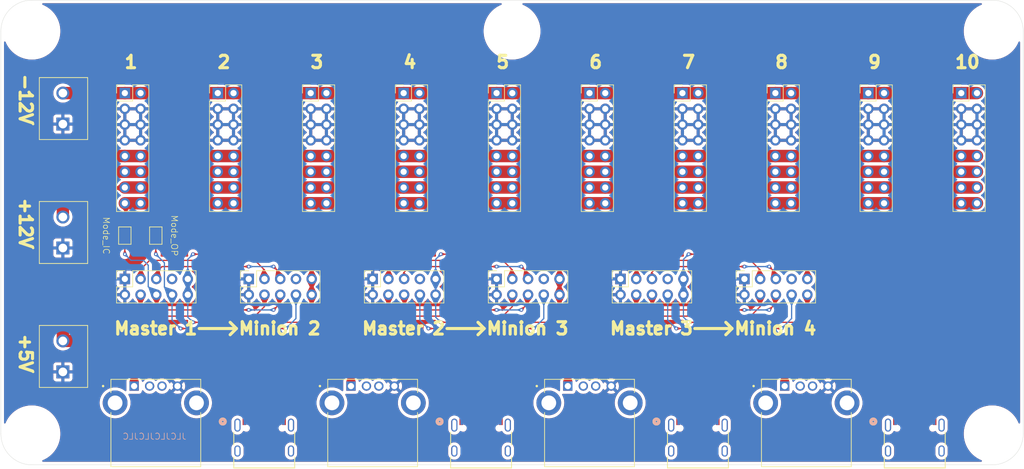
<source format=kicad_pcb>
(kicad_pcb (version 20240108) (generator "pcbnew") (generator_version "8.0")
  (layers (0 "F.Cu" signal) (31 "B.Cu" signal) (34 "B.Paste" user) (35 "F.Paste" user) (36 "B.SilkS" user "B.Silkscreen") (37 "F.SilkS" user "F.Silkscreen") (38 "B.Mask" user) (39 "F.Mask" user) (44 "Edge.Cuts" user))
  (net 0 "")
  (net 1 "GND")
  (net 3 "VCC_2")
  (net 5 "+12V_IN")
  (net 6 "-12V_IN")
  (net 7 "Enable_2")
  (net 8 "Mode_OP_2")
  (net 9 "Minion_2")
  (net 10 "Potset_2")
  (net 11 "Mode_IC_2")
  (net 12 "Mode_IC_1")
  (net 14 "Mode_OP_1")
  (net 15 "VCC_1")
  (net 16 "Enable_1")
  (net 17 "Potset_1")
  (net 18 "Minion_1")
  (net 20 "VCC_3")
  (net 21 "Minion_3")
  (net 22 "Mode_OP_3")
  (net 24 "Mode_IC_3")
  (net 25 "Potset_3")
  (net 26 "Enable_3")
  (net 28 "+5V_IN")
  (net 39 "GATE")
  (net 40 "CV")
  (footprint "Connector_PinSocket_2.54mm:PinSocket_2x05_P2.54mm_Vertical" (layer "F.Cu") (at 175 95 90)
    (property "Reference" "J6" (hide yes))
    (property "Value" "Master OUT")
  )
  (footprint "analog_computing:OST_USB-A1HSW6" (layer "F.Cu") (at 185 115)
    (property "Reference" "J16" (hide yes))
    (property "Value" "USB-A1HSW6")
  )
  (footprint "Connector_PinHeader_2.54mm:PinHeader_2x08_P2.54mm_Vertical" (layer "F.Cu") (at 75 65)
    (property "Reference" "J18" (hide yes))
    (property "Value" "Conn_02x08_Odd_Even")
  )
  (footprint "analog_computing:USB4105_GCT" (layer "F.Cu") (at 167.5 121.5)
    (property "Reference" "J12" (hide yes))
    (property "Value" "USB4105-GF-A")
  )
  (footprint "analog_computing:TerminalBlock_TB003-500-P02BE" (layer "F.Cu") (at 65 107.5 90)
    (property "Reference" "J17" (hide yes))
    (property "Value" "Screw_Terminal_01x02")
  )
  (footprint "MountingHole:MountingHole_3.2mm_M3_DIN965" (layer "F.Cu") (at 215 120)
    (property "Reference" "H4" (hide yes))
    (property "Value" "MountingHole")
  )
  (footprint "analog_computing:OST_USB-A1HSW6" (layer "F.Cu") (at 80 115)
    (property "Reference" "J8" (hide yes))
    (property "Value" "USB-A1HSW6")
  )
  (footprint "Connector_PinHeader_2.54mm:PinHeader_2x08_P2.54mm_Vertical" (layer "F.Cu") (at 105 65)
    (property "Reference" "J20" (hide yes))
    (property "Value" "Conn_02x08_Odd_Even")
  )
  (footprint "analog_computing:OST_USB-A1HSW6" (layer "F.Cu") (at 150 115)
    (property "Reference" "J13" (hide yes))
    (property "Value" "USB-A1HSW6")
  )
  (footprint "Connector_PinHeader_2.54mm:PinHeader_2x08_P2.54mm_Vertical" (layer "F.Cu") (at 195 65)
    (property "Reference" "J26" (hide yes))
    (property "Value" "Conn_02x08_Odd_Even")
  )
  (footprint "analog_computing:TerminalBlock_TB003-500-P02BE" (layer "F.Cu") (at 65 87.5 90)
    (property "Reference" "J11" (hide yes))
    (property "Value" "Screw_Terminal_01x02")
  )
  (footprint "Connector_PinHeader_2.54mm:PinHeader_2x08_P2.54mm_Vertical" (layer "F.Cu") (at 135 65)
    (property "Reference" "J22" (hide yes))
    (property "Value" "Conn_02x08_Odd_Even")
  )
  (footprint "analog_computing:USB4105_GCT" (layer "F.Cu") (at 132.5 121.5)
    (property "Reference" "J9" (hide yes))
    (property "Value" "USB4105-GF-A")
  )
  (footprint "Connector_PinHeader_2.54mm:PinHeader_2x08_P2.54mm_Vertical" (layer "F.Cu") (at 180 65)
    (property "Reference" "J25" (hide yes))
    (property "Value" "Conn_02x08_Odd_Even")
  )
  (footprint "Connector_PinHeader_2.54mm:PinHeader_2x08_P2.54mm_Vertical" (layer "F.Cu") (at 90 65)
    (property "Reference" "J19" (hide yes))
    (property "Value" "Conn_02x08_Odd_Even")
  )
  (footprint "Connector_PinHeader_2.54mm:PinHeader_2x08_P2.54mm_Vertical" (layer "F.Cu") (at 120 65)
    (property "Reference" "J21" (hide yes))
    (property "Value" "Conn_02x08_Odd_Even")
  )
  (footprint "Connector_PinHeader_2.54mm:PinHeader_2x08_P2.54mm_Vertical" (layer "F.Cu") (at 210 65)
    (property "Reference" "J27" (hide yes))
    (property "Value" "Conn_02x08_Odd_Even")
  )
  (footprint "Connector_PinHeader_2.54mm:PinHeader_2x08_P2.54mm_Vertical" (layer "F.Cu") (at 165 65)
    (property "Reference" "J24" (hide yes))
    (property "Value" "Conn_02x08_Odd_Even")
  )
  (footprint "MountingHole:MountingHole_3.2mm_M3_DIN965" (layer "F.Cu") (at 60 120)
    (property "Reference" "H1" (hide yes))
    (property "Value" "MountingHole")
  )
  (footprint "Connector_PinSocket_2.54mm:PinSocket_2x05_P2.54mm_Vertical" (layer "F.Cu") (at 115 95 90)
    (property "Reference" "J3" (hide yes))
    (property "Value" "Minion IN")
  )
  (footprint "analog_computing:TerminalBlock_TB003-500-P02BE" (layer "F.Cu") (at 65 67.5 90)
    (property "Reference" "J14" (hide yes))
    (property "Value" "Screw_Terminal_01x02")
  )
  (footprint "MountingHole:MountingHole_3.2mm_M3_DIN965" (layer "F.Cu") (at 60 55)
    (property "Reference" "H2" (hide yes))
    (property "Value" "MountingHole")
  )
  (footprint "Jumper:SolderJumper-2_P1.3mm_Open_TrianglePad1.0x1.5mm" (layer "F.Cu") (at 75 88 -90)
    (property "Reference" "JP1" (hide yes))
    (property "Value" "Jumper_2_Open")
  )
  (footprint "Connector_PinSocket_2.54mm:PinSocket_2x05_P2.54mm_Vertical" (layer "F.Cu") (at 135 95 90)
    (property "Reference" "J4" (hide yes))
    (property "Value" "Master OUT")
  )
  (footprint "Connector_PinSocket_2.54mm:PinSocket_2x05_P2.54mm_Vertical" (layer "F.Cu") (at 95 95 90)
    (property "Reference" "J2" (hide yes))
    (property "Value" "Master OUT")
  )
  (footprint "analog_computing:USB4105_GCT" (layer "F.Cu") (at 202.5 121.5)
    (property "Reference" "J15" (hide yes))
    (property "Value" "USB4105-GF-A")
  )
  (footprint "MountingHole:MountingHole_3.2mm_M3_DIN965" (layer "F.Cu") (at 137.5 55)
    (property "Reference" "H5" (hide yes))
    (property "Value" "MountingHole")
  )
  (footprint "Connector_PinSocket_2.54mm:PinSocket_2x05_P2.54mm_Vertical" (layer "F.Cu") (at 155 95 90)
    (property "Reference" "J5" (hide yes))
    (property "Value" "Minion IN")
  )
  (footprint "analog_computing:USB4105_GCT" (layer "F.Cu") (at 97.5 121.5)
    (property "Reference" "J7" (hide yes))
    (property "Value" "USB4105-GF-A")
  )
  (footprint "Connector_PinSocket_2.54mm:PinSocket_2x05_P2.54mm_Vertical" (layer "F.Cu") (at 75 95 90)
    (property "Reference" "J1" (hide yes))
    (property "Value" "Minion IN")
  )
  (footprint "MountingHole:MountingHole_3.2mm_M3_DIN965" (layer "F.Cu") (at 215 55)
    (property "Reference" "H3" (hide yes))
    (property "Value" "MountingHole")
  )
  (footprint "Connector_PinHeader_2.54mm:PinHeader_2x08_P2.54mm_Vertical" (layer "F.Cu") (at 150 65)
    (property "Reference" "J23" (hide yes))
    (property "Value" "Conn_02x08_Odd_Even")
  )
  (footprint "Jumper:SolderJumper-2_P1.3mm_Open_TrianglePad1.0x1.5mm" (layer "F.Cu") (at 80 88 -90)
    (property "Reference" "JP2" (hide yes))
    (property "Value" "Jumper_2_Open")
  )
  (footprint "analog_computing:OST_USB-A1HSW6" (layer "F.Cu") (at 115 115)
    (property "Reference" "J10" (hide yes))
    (property "Value" "USB-A1HSW6")
  )
  (gr_line (start 93 103) (end 92 104) (stroke (width 0.5)) (layer "F.SilkS"))
  (gr_line (start 132 102) (end 133 103) (stroke (width 0.5)) (layer "F.SilkS"))
  (gr_line (start 173 103) (end 172 104) (stroke (width 0.5)) (layer "F.SilkS"))
  (gr_line (start 133 103) (end 132 104) (stroke (width 0.5)) (layer "F.SilkS"))
  (gr_line (start 167 103) (end 173 103) (stroke (width 0.5)) (layer "F.SilkS"))
  (gr_line (start 92 102) (end 93 103) (stroke (width 0.5)) (layer "F.SilkS"))
  (gr_line (start 87 103) (end 93 103) (stroke (width 0.5)) (layer "F.SilkS"))
  (gr_line (start 172 102) (end 173 103) (stroke (width 0.5)) (layer "F.SilkS"))
  (gr_line (start 127 103) (end 133 103) (stroke (width 0.5)) (layer "F.SilkS"))
  (gr_arc (start 220 120) (mid 218.535534 123.535534) (end 215 125) (stroke (width 0.05)) (layer "Edge.Cuts"))
  (gr_arc (start 60 125) (mid 56.464466 123.535534) (end 55 120) (stroke (width 0.05)) (layer "Edge.Cuts"))
  (gr_line (start 60 125) (end 215 125) (stroke (width 0.05)) (layer "Edge.Cuts"))
  (gr_arc (start 215 50) (mid 218.535534 51.464466) (end 220 55) (stroke (width 0.05)) (layer "Edge.Cuts"))
  (gr_line (start 55 55) (end 55 120) (stroke (width 0.05)) (layer "Edge.Cuts"))
  (gr_line (start 220 120) (end 220 55) (stroke (width 0.05)) (layer "Edge.Cuts"))
  (gr_arc (start 55 55) (mid 56.464466 51.464466) (end 60 50) (stroke (width 0.05)) (layer "Edge.Cuts"))
  (gr_line (start 215 50) (end 60 50) (stroke (width 0.05)) (layer "Edge.Cuts"))
  (gr_text "JLCJLCJLCJLC" (at 85 121 0) (layer "B.SilkS") (effects (font (size 1 1) (thickness 0.1)) (justify left bottom mirror)))
  (gr_text "1" (at 76 60 0) (layer "F.SilkS") (effects (font (size 2 2) (thickness 0.5) (bold yes))))
  (gr_text "Minion 2" (at 100 103 0) (layer "F.SilkS") (effects (font (size 2 2) (thickness 0.5) (bold yes))))
  (gr_text "5" (at 136 60 0) (layer "F.SilkS") (effects (font (size 2 2) (thickness 0.5) (bold yes))))
  (gr_text "Master 3" (at 160 103 0) (layer "F.SilkS") (effects (font (size 2 2) (thickness 0.5) (bold yes))))
  (gr_text "9" (at 196 60 0) (layer "F.SilkS") (effects (font (size 2 2) (thickness 0.5) (bold yes))))
  (gr_text "7" (at 166 60 0) (layer "F.SilkS") (effects (font (size 2 2) (thickness 0.5) (bold yes))))
  (gr_text "10" (at 211 60 0) (layer "F.SilkS") (effects (font (size 2 2) (thickness 0.5) (bold yes))))
  (gr_text "3" (at 106 60 0) (layer "F.SilkS") (effects (font (size 2 2) (thickness 0.5) (bold yes))))
  (gr_text "Mode_IC" (at 72 88 -90) (layer "F.SilkS") (effects (font (size 1 1) (thickness 0.1))))
  (gr_text "+5V" (at 59 107 -90) (layer "F.SilkS") (effects (font (size 2 2) (thickness 0.5) (bold yes))))
  (gr_text "4" (at 121 60 0) (layer "F.SilkS") (effects (font (size 2 2) (thickness 0.5) (bold yes))))
  (gr_text "Minion 4" (at 180 103 0) (layer "F.SilkS") (effects (font (size 2 2) (thickness 0.5) (bold yes))))
  (gr_text "+12V" (at 59 86 -90) (layer "F.SilkS") (effects (font (size 2 2) (thickness 0.5) (bold yes))))
  (gr_text "Master 1" (at 80 103 0) (layer "F.SilkS") (effects (font (size 2 2) (thickness 0.5) (bold yes))))
  (gr_text "Master 2" (at 120 103 0) (layer "F.SilkS") (effects (font (size 2 2) (thickness 0.5) (bold yes))))
  (gr_text "8" (at 181 60 0) (layer "F.SilkS") (effects (font (size 2 2) (thickness 0.5) (bold yes))))
  (gr_text "Mode_OP" (at 83 88 -90) (layer "F.SilkS") (effects (font (size 1 1) (thickness 0.1))))
  (gr_text "Minion 3" (at 140 103 0) (layer "F.SilkS") (effects (font (size 2 2) (thickness 0.5) (bold yes))))
  (gr_text "6" (at 151 60 0) (layer "F.SilkS") (effects (font (size 2 2) (thickness 0.5) (bold yes))))
  (gr_text "-12V" (at 59 66 270) (layer "F.SilkS") (effects (font (size 2 2) (thickness 0.5) (bold yes))))
  (gr_text "2" (at 91 60 0) (layer "F.SilkS") (effects (font (size 2 2) (thickness 0.5) (bold yes))))
  (segment (start 145.16 92.16) (end 144 91) (width 0.2) (layer "F.Cu") (net 3))
  (segment (start 145.16 97.54) (end 145.16 95) (width 0.2) (layer "F.Cu") (net 3))
  (segment (start 145.16 100.84) (end 145.16 97.54) (width 0.2) (layer "F.Cu") (net 3))
  (segment (start 145.16 95) (end 145.16 92.16) (width 0.2) (layer "F.Cu") (net 3))
  (segment (start 126 102) (end 144 102) (width 0.2) (layer "F.Cu") (net 3))
  (segment (start 144 91) (end 126 91) (width 0.2) (layer "F.Cu") (net 3))
  (segment (start 144 102) (end 145.16 100.84) (width 0.2) (layer "F.Cu") (net 3))
  (via (at 126 91) (size 0.6) (drill 0.3) (layers "F.Cu" "B.Cu") (net 3))
  (via (at 126 102) (size 0.6) (drill 0.3) (layers "F.Cu" "B.Cu") (net 3))
  (segment (start 126 102) (end 125.16 101.16) (width 0.2) (layer "B.Cu") (net 3))
  (segment (start 125.16 97.54) (end 125.16 101.16) (width 0.2) (layer "B.Cu") (net 3))
  (segment (start 125.16 91.84) (end 126 91) (width 0.2) (layer "B.Cu") (net 3))
  (segment (start 125.16 101.16) (end 125.16 95) (width 0.2) (layer "B.Cu") (net 3))
  (segment (start 125.16 95) (end 125.16 91.84) (width 0.2) (layer "B.Cu") (net 3))
  (segment (start 182.54 75.16) (end 195 75.16) (width 2) (layer "F.Cu") (net 5))
  (segment (start 90 75.16) (end 92.54 75.16) (width 2) (layer "F.Cu") (net 5))
  (segment (start 92.54 75.16) (end 105 75.16) (width 2) (layer "F.Cu") (net 5))
  (segment (start 77.54 75.16) (end 90 75.16) (width 2) (layer "F.Cu") (net 5))
  (segment (start 107.54 75.16) (end 120 75.16) (width 2) (layer "F.Cu") (net 5))
  (segment (start 135 75.16) (end 137.54 75.16) (width 2) (layer "F.Cu") (net 5))
  (segment (start 105 75.16) (end 107.54 75.16) (width 2) (layer "F.Cu") (net 5))
  (segment (start 210 75.16) (end 212.54 75.16) (width 2) (layer "F.Cu") (net 5))
  (segment (start 69.84 75.16) (end 65 80) (width 2) (layer "F.Cu") (net 5))
  (segment (start 75 75.16) (end 69.84 75.16) (width 2) (layer "F.Cu") (net 5))
  (segment (start 150 75.16) (end 152.54 75.16) (width 2) (layer "F.Cu") (net 5))
  (segment (start 197.54 75.16) (end 210 75.16) (width 2) (layer "F.Cu") (net 5))
  (segment (start 152.54 75.16) (end 165 75.16) (width 2) (layer "F.Cu") (net 5))
  (segment (start 137.54 75.16) (end 150 75.16) (width 2) (layer "F.Cu") (net 5))
  (segment (start 75 75.16) (end 77.54 75.16) (width 2) (layer "F.Cu") (net 5))
  (segment (start 195 75.16) (end 197.54 75.16) (width 2) (layer "F.Cu") (net 5))
  (segment (start 120 75.16) (end 122.54 75.16) (width 2) (layer "F.Cu") (net 5))
  (segment (start 180 75.16) (end 182.54 75.16) (width 2) (layer "F.Cu") (net 5))
  (segment (start 165 75.16) (end 167.54 75.16) (width 2) (layer "F.Cu") (net 5))
  (segment (start 65 85) (end 65 80) (width 2) (layer "F.Cu") (net 5))
  (segment (start 122.54 75.16) (end 135 75.16) (width 2) (layer "F.Cu") (net 5))
  (segment (start 167.54 75.16) (end 180 75.16) (width 2) (layer "F.Cu") (net 5))
  (segment (start 167.54 65) (end 180 65) (width 2) (layer "F.Cu") (net 6))
  (segment (start 90 65) (end 92.54 65) (width 2) (layer "F.Cu") (net 6))
  (segment (start 65 65) (end 75 65) (width 2) (layer "F.Cu") (net 6))
  (segment (start 120 65) (end 122.54 65) (width 2) (layer "F.Cu") (net 6))
  (segment (start 195 65) (end 197.54 65) (width 2) (layer "F.Cu") (net 6))
  (segment (start 150 65) (end 152.54 65) (width 2) (layer "F.Cu") (net 6))
  (segment (start 180 65) (end 182.54 65) (width 2) (layer "F.Cu") (net 6))
  (segment (start 107.54 65) (end 120 65) (width 2) (layer "F.Cu") (net 6))
  (segment (start 137.54 65) (end 150 65) (width 2) (layer "F.Cu") (net 6))
  (segment (start 75 65) (end 77.54 65) (width 2) (layer "F.Cu") (net 6))
  (segment (start 122.54 65) (end 135 65) (width 2) (layer "F.Cu") (net 6))
  (segment (start 182.54 65) (end 195 65) (width 2) (layer "F.Cu") (net 6))
  (segment (start 105 65) (end 107.54 65) (width 2) (layer "F.Cu") (net 6))
  (segment (start 197.54 65) (end 210 65) (width 2) (layer "F.Cu") (net 6))
  (segment (start 210 65) (end 212.54 65) (width 2) (layer "F.Cu") (net 6))
  (segment (start 152.54 65) (end 165 65) (width 2) (layer "F.Cu") (net 6))
  (segment (start 92.54 65) (end 105 65) (width 2) (layer "F.Cu") (net 6))
  (segment (start 165 65) (end 167.54 65) (width 2) (layer "F.Cu") (net 6))
  (segment (start 135 65) (end 137.54 65) (width 2) (layer "F.Cu") (net 6))
  (segment (start 77.54 65) (end 90 65) (width 2) (layer "F.Cu") (net 6))
  (segment (start 120 94) (end 121 93) (width 0.2) (layer "F.Cu") (net 7))
  (segment (start 140.08 94.08) (end 140.08 95) (width 0.2) (layer "F.Cu") (net 7))
  (segment (start 120.08 94.08) (end 120 94) (width 0.2) (layer "F.Cu") (net 7))
  (segment (start 121 93) (end 135 93) (width 0.2) (layer "F.Cu") (net 7))
  (segment (start 120.08 95) (end 120.08 94.08) (width 0.2) (layer "F.Cu") (net 7))
  (segment (start 139 93) (end 140.08 94.08) (width 0.2) (layer "F.Cu") (net 7))
  (via (at 135 93) (size 0.6) (drill 0.3) (layers "F.Cu" "B.Cu") (net 7))
  (via (at 139 93) (size 0.6) (drill 0.3) (layers "F.Cu" "B.Cu") (net 7))
  (segment (start 135 93) (end 139 93) (width 0.2) (layer "B.Cu") (net 7))
  (segment (start 124 103) (end 141 103) (width 0.2) (layer "F.Cu") (net 8))
  (via (at 141 103) (size 0.6) (drill 0.3) (layers "F.Cu" "B.Cu") (net 8))
  (via (at 124 103) (size 0.6) (drill 0.3) (layers "F.Cu" "B.Cu") (net 8))
  (segment (start 122.62 97.54) (end 122.62 101.62) (width 0.2) (layer "B.Cu") (net 8))
  (segment (start 141 103) (end 142.62 101.38) (width 0.2) (layer "B.Cu") (net 8))
  (segment (start 142.62 101.38) (end 142.62 97.54) (width 0.2) (layer "B.Cu") (net 8))
  (segment (start 122.62 101.62) (end 124 103) (width 0.2) (layer "B.Cu") (net 8))
  (segment (start 117.54 95) (end 117.54 93.46) (width 0.2) (layer "F.Cu") (net 9))
  (segment (start 117.54 93.46) (end 119 92) (width 0.2) (layer "F.Cu") (net 9))
  (segment (start 137.54 93.54) (end 137.54 95) (width 0.2) (layer "F.Cu") (net 9))
  (segment (start 136 92) (end 137.54 93.54) (width 0.2) (layer "F.Cu") (net 9))
  (segment (start 119 92) (end 136 92) (width 0.2) (layer "F.Cu") (net 9))
  (segment (start 136 101) (end 137.54 99.46) (width 0.2) (layer "F.Cu") (net 10))
  (segment (start 117.54 99.54) (end 119 101) (width 0.2) (layer "F.Cu") (net 10))
  (segment (start 137.54 99.46) (end 137.54 97.54) (width 0.2) (layer "F.Cu") (net 10))
  (segment (start 117.54 97.54) (end 117.54 99.54) (width 0.2) (layer "F.Cu") (net 10))
  (segment (start 119 101) (end 136 101) (width 0.2) (layer "F.Cu") (net 10))
  (segment (start 120.08 99.08) (end 121 100) (width 0.2) (layer "F.Cu") (net 11))
  (segment (start 120.08 97.54) (end 120.08 99.08) (width 0.2) (layer "F.Cu") (net 11))
  (segment (start 140.08 97.54) (end 140.08 98.92) (width 0.2) (layer "F.Cu") (net 11))
  (segment (start 121 100) (end 135 100) (width 0.2) (layer "F.Cu") (net 11))
  (segment (start 140.08 98.92) (end 139 100) (width 0.2) (layer "F.Cu") (net 11))
  (via (at 135 100) (size 0.6) (drill 0.3) (layers "F.Cu" "B.Cu") (net 11))
  (via (at 139 100) (size 0.6) (drill 0.3) (layers "F.Cu" "B.Cu") (net 11))
  (segment (start 135 100) (end 139 100) (width 0.2) (layer "B.Cu") (net 11))
  (segment (start 75 91) (end 75 88.725) (width 0.2) (layer "F.Cu") (net 12))
  (segment (start 80.08 97.54) (end 80.08 99.08) (width 0.2) (layer "F.Cu") (net 12))
  (segment (start 81 100) (end 95 100) (width 0.2) (layer "F.Cu") (net 12))
  (segment (start 100.08 97.54) (end 100.08 98.92) (width 0.2) (layer "F.Cu") (net 12))
  (segment (start 80.08 99.08) (end 81 100) (width 0.2) (layer "F.Cu") (net 12))
  (segment (start 100.08 98.92) (end 99 100) (width 0.2) (layer "F.Cu") (net 12))
  (via (at 95 100) (size 0.6) (drill 0.3) (layers "F.Cu" "B.Cu") (net 12))
  (via (at 99 100) (size 0.6) (drill 0.3) (layers "F.Cu" "B.Cu") (net 12))
  (via (at 75 91) (size 0.6) (drill 0.3) (layers "F.Cu" "B.Cu") (net 12))
  (segment (start 78.78 92.78) (end 78.78 96.24) (width 0.2) (layer "B.Cu") (net 12))
  (segment (start 99 100) (end 95 100) (width 0.2) (layer "B.Cu") (net 12))
  (segment (start 78.78 96.24) (end 80.08 97.54) (width 0.2) (layer "B.Cu") (net 12))
  (segment (start 78 92) (end 78.78 92.78) (width 0.2) (layer "B.Cu") (net 12))
  (segment (start 76 92) (end 78 92) (width 0.2) (layer "B.Cu") (net 12))
  (segment (start 75 91) (end 76 92) (width 0.2) (layer "B.Cu") (net 12))
  (segment (start 84 103) (end 101 103) (width 0.2) (layer "F.Cu") (net 14))
  (segment (start 80 91) (end 80 88.725) (width 0.2) (layer "F.Cu") (net 14))
  (via (at 80 91) (size 0.6) (drill 0.3) (layers "F.Cu" "B.Cu") (net 14))
  (via (at 101 103) (size 0.6) (drill 0.3) (layers "F.Cu" "B.Cu") (net 14))
  (via (at 84 103) (size 0.6) (drill 0.3) (layers "F.Cu" "B.Cu") (net 14))
  (segment (start 82.62 101.62) (end 82.62 97.54) (width 0.2) (layer "B.Cu") (net 14))
  (segment (start 81.39 92.39) (end 80 91) (width 0.2) (layer "B.Cu") (net 14))
  (segment (start 101 103) (end 102.62 101.38) (width 0.2) (layer "B.Cu") (net 14))
  (segment (start 82.62 97.54) (end 81.39 96.31) (width 0.2) (layer "B.Cu") (net 14))
  (segment (start 84 103) (end 82.62 101.62) (width 0.2) (layer "B.Cu") (net 14))
  (segment (start 81.39 96.31) (end 81.39 92.39) (width 0.2) (layer "B.Cu") (net 14))
  (segment (start 102.62 101.38) (end 102.62 97.54) (width 0.2) (layer "B.Cu") (net 14))
  (segment (start 86 102) (end 104 102) (width 0.2) (layer "F.Cu") (net 15))
  (segment (start 104 91) (end 86 91) (width 0.2) (layer "F.Cu") (net 15))
  (segment (start 105.16 100.84) (end 105.16 97.54) (width 0.2) (layer "F.Cu") (net 15))
  (segment (start 105.16 95) (end 105.16 92.16) (width 0.2) (layer "F.Cu") (net 15))
  (segment (start 105.16 92.16) (end 104 91) (width 0.2) (layer "F.Cu") (net 15))
  (segment (start 105.16 97.54) (end 105.16 95) (width 0.2) (layer "F.Cu") (net 15))
  (segment (start 104 102) (end 105.16 100.84) (width 0.2) (layer "F.Cu") (net 15))
  (via (at 86 102) (size 0.6) (drill 0.3) (layers "F.Cu" "B.Cu") (net 15))
  (via (at 86 91) (size 0.6) (drill 0.3) (layers "F.Cu" "B.Cu") (net 15))
  (segment (start 85.16 97.54) (end 85.16 95) (width 0.2) (layer "B.Cu") (net 15))
  (segment (start 85.16 95) (end 85.16 91.84) (width 0.2) (layer "B.Cu") (net 15))
  (segment (start 85.16 97.54) (end 85.16 101.16) (width 0.2) (layer "B.Cu") (net 15))
  (segment (start 85.16 95) (end 85 95) (width 0) (layer "B.Cu") (net 15))
  (segment (start 85.16 101.16) (end 86 102) (width 0.2) (layer "B.Cu") (net 15))
  (segment (start 85.16 91.84) (end 86 91) (width 0.2) (layer "B.Cu") (net 15))
  (segment (start 80.08 95) (end 80.08 93.92) (width 0.2) (layer "F.Cu") (net 16))
  (segment (start 81 93) (end 95 93) (width 0.2) (layer "F.Cu") (net 16))
  (segment (start 100.08 95) (end 100 94.92) (width 0.2) (layer "F.Cu") (net 16))
  (segment (start 80.08 93.92) (end 81 93) (width 0.2) (layer "F.Cu") (net 16))
  (segment (start 100 94.92) (end 100 94) (width 0.2) (layer "F.Cu") (net 16))
  (segment (start 100 94) (end 99 93) (width 0.2) (layer "F.Cu") (net 16))
  (via (at 95 93) (size 0.6) (drill 0.3) (layers "F.Cu" "B.Cu") (net 16))
  (via (at 99 93) (size 0.6) (drill 0.3) (layers "F.Cu" "B.Cu") (net 16))
  (segment (start 95 93) (end 99 93) (width 0.2) (layer "B.Cu") (net 16))
  (segment (start 77.54 99.54) (end 79 101) (width 0.2) (layer "F.Cu") (net 17))
  (segment (start 96 101) (end 97.54 99.46) (width 0.2) (layer "F.Cu") (net 17))
  (segment (start 77.54 97.54) (end 77.54 99.54) (width 0.2) (layer "F.Cu") (net 17))
  (segment (start 79 101) (end 96 101) (width 0.2) (layer "F.Cu") (net 17))
  (segment (start 97.54 99.46) (end 97.54 97.54) (width 0.2) (layer "F.Cu") (net 17))
  (segment (start 79 92) (end 96 92) (width 0.2) (layer "F.Cu") (net 18))
  (segment (start 77.54 93.46) (end 79 92) (width 0.2) (layer "F.Cu") (net 18))
  (segment (start 97.54 93.54) (end 97.54 95) (width 0.2) (layer "F.Cu") (net 18))
  (segment (start 96 92) (end 97.54 93.54) (width 0.2) (layer "F.Cu") (net 18))
  (segment (start 77.54 95) (end 77.54 93.46) (width 0.2) (layer "F.Cu") (net 18))
  (segment (start 166 91) (end 184 91) (width 0.2) (layer "F.Cu") (net 20))
  (segment (start 184 91) (end 185.16 92.16) (width 0.2) (layer "F.Cu") (net 20))
  (segment (start 166 102) (end 184 102) (width 0.2) (layer "F.Cu") (net 20))
  (segment (start 185.16 100.84) (end 185.16 97.54) (width 0.2) (layer "F.Cu") (net 20))
  (segment (start 184 102) (end 185.16 100.84) (width 0.2) (layer "F.Cu") (net 20))
  (segment (start 185.16 92.16) (end 185.16 95) (width 0.2) (layer "F.Cu") (net 20))
  (via (at 166 102) (size 0.6) (drill 0.3) (layers "F.Cu" "B.Cu") (net 20))
  (via (at 166 91) (size 0.6) (drill 0.3) (layers "F.Cu" "B.Cu") (net 20))
  (segment (start 165.16 91.84) (end 166 91) (width 0.2) (layer "B.Cu") (net 20))
  (segment (start 165.16 97.54) (end 165.16 101.16) (width 0.2) (layer "B.Cu") (net 20))
  (segment (start 165.16 101.16) (end 166 102) (width 0.2) (layer "B.Cu") (net 20))
  (segment (start 165.16 95) (end 165.16 97.54) (width 0.2) (layer "B.Cu") (net 20))
  (segment (start 165.16 95) (end 165.16 91.84) (width 0.2) (layer "B.Cu") (net 20))
  (segment (start 176 92) (end 177.54 93.54) (width 0.2) (layer "F.Cu") (net 21))
  (segment (start 159 92) (end 176 92) (width 0.2) (layer "F.Cu") (net 21))
  (segment (start 157.54 93.46) (end 159 92) (width 0.2) (layer "F.Cu") (net 21))
  (segment (start 157.54 95) (end 157.54 93.46) (width 0.2) (layer "F.Cu") (net 21))
  (segment (start 177.54 93.54) (end 177.54 95) (width 0.2) (layer "F.Cu") (net 21))
  (segment (start 164 103) (end 181 103) (width 0.2) (layer "F.Cu") (net 22))
  (via (at 181 103) (size 0.6) (drill 0.3) (layers "F.Cu" "B.Cu") (net 22))
  (via (at 164 103) (size 0.6) (drill 0.3) (layers "F.Cu" "B.Cu") (net 22))
  (segment (start 162.62 97.54) (end 162.62 101.62) (width 0.2) (layer "B.Cu") (net 22))
  (segment (start 182.62 101.38) (end 182.62 97.54) (width 0.2) (layer "B.Cu") (net 22))
  (segment (start 162.62 101.62) (end 164 103) (width 0.2) (layer "B.Cu") (net 22))
  (segment (start 181 103) (end 182.62 101.38) (width 0.2) (layer "B.Cu") (net 22))
  (segment (start 180.08 98.92) (end 179 100) (width 0.2) (layer "F.Cu") (net 24))
  (segment (start 161 100) (end 175 100) (width 0.2) (layer "F.Cu") (net 24))
  (segment (start 160.08 99.08) (end 161 100) (width 0.2) (layer "F.Cu") (net 24))
  (segment (start 180.08 97.54) (end 180.08 98.92) (width 0.2) (layer "F.Cu") (net 24))
  (segment (start 160.08 97.54) (end 160.08 99.08) (width 0.2) (layer "F.Cu") (net 24))
  (via (at 179 100) (size 0.6) (drill 0.3) (layers "F.Cu" "B.Cu") (net 24))
  (via (at 175 100) (size 0.6) (drill 0.3) (layers "F.Cu" "B.Cu") (net 24))
  (segment (start 175 100) (end 179 100) (width 0.2) (layer "B.Cu") (net 24))
  (segment (start 176 101) (end 177.54 99.46) (width 0.2) (layer "F.Cu") (net 25))
  (segment (start 157.54 97.54) (end 157.54 99.54) (width 0.2) (layer "F.Cu") (net 25))
  (segment (start 177.54 99.46) (end 177.54 97.54) (width 0.2) (layer "F.Cu") (net 25))
  (segment (start 157.54 99.54) (end 159 101) (width 0.2) (layer "F.Cu") (net 25))
  (segment (start 159 101) (end 176 101) (width 0.2) (layer "F.Cu") (net 25))
  (segment (start 160.08 95) (end 160.08 94.08) (width 0.2) (layer "F.Cu") (net 26))
  (segment (start 161 93) (end 175 93) (width 0.2) (layer "F.Cu") (net 26))
  (segment (start 180.08 94.08) (end 179 93) (width 0.2) (layer "F.Cu") (net 26))
  (segment (start 160.08 94.08) (end 160 94) (width 0.2) (layer "F.Cu") (net 26))
  (segment (start 180.08 95) (end 180.04 94.96) (width 0.2) (layer "F.Cu") (net 26))
  (segment (start 180.08 95) (end 180.08 94.08) (width 0.2) (layer "F.Cu") (net 26))
  (segment (start 160 94) (end 161 93) (width 0.2) (layer "F.Cu") (net 26))
  (via (at 175 93) (size 0.6) (drill 0.3) (layers "F.Cu" "B.Cu") (net 26))
  (via (at 179 93) (size 0.6) (drill 0.3) (layers "F.Cu" "B.Cu") (net 26))
  (segment (start 175 93) (end 179 93) (width 0.2) (layer "B.Cu") (net 26))
  (segment (start 111.5 112.29) (end 111.5 105.5) (width 1) (layer "F.Cu") (net 28))
  (segment (start 120 77.7) (end 122.54 77.7) (width 2) (layer "F.Cu") (net 28))
  (segment (start 167.54 77.7) (end 180 77.7) (width 2) (layer "F.Cu") (net 28))
  (segment (start 169.900001 105.099999) (end 170 105) (width 0.5) (layer "F.Cu") (net 28))
  (segment (start 200.099999 105.099999) (end 200 105) (width 0.5) (layer "F.Cu") (net 28))
  (segment (start 90 77.7) (end 92.54 77.7) (width 2) (layer "F.Cu") (net 28))
  (segment (start 77 105) (end 95 105) (width 2) (layer "F.Cu") (net 28))
  (segment (start 210 77.7) (end 212.54 77.7) (width 2) (layer "F.Cu") (net 28))
  (segment (start 200 105) (end 205 105) (width 2) (layer "F.Cu") (net 28))
  (segment (start 95.099999 105.099999) (end 95 105) (width 0.5) (layer "F.Cu") (net 28))
  (segment (start 75 77.7) (end 72.3 77.7) (width 2) (layer "F.Cu") (net 28))
  (segment (start 65 105) (end 65 100) (width 2) (layer "F.Cu") (net 28))
  (segment (start 77.54 77.7) (end 90 77.7) (width 2) (layer "F.Cu") (net 28))
  (segment (start 137.54 77.7) (end 150 77.7) (width 2) (layer "F.Cu") (net 28))
  (segment (start 100 105) (end 110 105) (width 2) (layer "F.Cu") (net 28))
  (segment (start 165.099999 118.0142) (end 165.099999 105.099999) (width 0.5) (layer "F.Cu") (net 28))
  (segment (start 107.54 77.7) (end 120 77.7) (width 2) (layer "F.Cu") (net 28))
  (segment (start 130.099999 105.099999) (end 130 105) (width 0.5) (layer "F.Cu") (net 28))
  (segment (start 165 105) (end 170 105) (width 2) (layer "F.Cu") (net 28))
  (segment (start 146.5 105.5) (end 147 105) (width 1) (layer "F.Cu") (net 28))
  (segment (start 76.5 105.5) (end 77 105) (width 1) (layer "F.Cu") (net 28))
  (segment (start 95.099999 118.0142) (end 95.099999 105.099999) (width 0.5) (layer "F.Cu") (net 28))
  (segment (start 70 95) (end 70 80) (width 2) (layer "F.Cu") (net 28))
  (segment (start 180 105) (end 182 105) (width 2) (layer "F.Cu") (net 28))
  (segment (start 165 77.7) (end 167.54 77.7) (width 2) (layer "F.Cu") (net 28))
  (segment (start 95 105) (end 100 105) (width 2) (layer "F.Cu") (net 28))
  (segment (start 130.099999 118.0142) (end 130.099999 105.099999) (width 0.5) (layer "F.Cu") (net 28))
  (segment (start 204.900001 118.0142) (end 204.900001 105.099999) (width 0.5) (layer "F.Cu") (net 28))
  (segment (start 165.099999 105.099999) (end 165 105) (width 0.5) (layer "F.Cu") (net 28))
  (segment (start 147 105) (end 165 105) (width 2) (layer "F.Cu") (net 28))
  (segment (start 181.5 112.29) (end 181.5 105.5) (width 1) (layer "F.Cu") (net 28))
  (segment (start 99.900001 105.099999) (end 100 105) (width 0.5) (layer "F.Cu") (net 28))
  (segment (start 110 105) (end 112 105) (width 2) (layer "F.Cu") (net 28))
  (segment (start 75 105) (end 77 105) (width 2) (layer "F.Cu") (net 28))
  (segment (start 122.54 77.7) (end 135 77.7) (width 2) (layer "F.Cu") (net 28))
  (segment (start 180 77.7) (end 182.54 77.7) (width 2) (layer "F.Cu") (net 28))
  (segment (start 112 105) (end 130 105) (width 2) (layer "F.Cu") (net 28))
  (segment (start 204.900001 105.099999) (end 205 105) (width 0.5) (layer "F.Cu") (net 28))
  (segment (start 75 77.7) (end 77.54 77.7) (width 2) (layer "F.Cu") (net 28))
  (segment (start 99.900001 118.0142) (end 99.900001 105.099999) (width 0.5) (layer "F.Cu") (net 28))
  (segment (start 76.5 112.29) (end 76.5 105.5) (width 1) (layer "F.Cu") (net 28))
  (segment (start 111.5 105.5) (end 112 105) (width 1) (layer "F.Cu") (net 28))
  (segment (start 92.54 77.7) (end 105 77.7) (width 2) (layer "F.Cu") (net 28))
  (segment (start 195 77.7) (end 197.54 77.7) (width 2) (layer "F.Cu") (net 28))
  (segment (start 135 105) (end 145 105) (width 2) (layer "F.Cu") (net 28))
  (segment (start 200.099999 118.0142) (end 200.099999 105.099999) (width 0.5) (layer "F.Cu") (net 28))
  (segment (start 72.3 77.7) (end 70 80) (width 2) (layer "F.Cu") (net 28))
  (segment (start 65 100) (end 70 95) (width 2) (layer "F.Cu") (net 28))
  (segment (start 105 77.7) (end 107.54 77.7) (width 2) (layer "F.Cu") (net 28))
  (segment (start 65 105) (end 75 105) (width 2) (layer "F.Cu") (net 28))
  (segment (start 150 77.7) (end 152.54 77.7) (width 2) (layer "F.Cu") (net 28))
  (segment (start 134.900001 105.099999) (end 135 105) (width 0.5) (layer "F.Cu") (net 28))
  (segment (start 146.5 112.29) (end 146.5 105.5) (width 1) (layer "F.Cu") (net 28))
  (segment (start 197.54 77.7) (end 210 77.7) (width 2) (layer "F.Cu") (net 28))
  (segment (start 181.5 105.5) (end 182 105) (width 1) (layer "F.Cu") (net 28))
  (segment (start 169.900001 118.0142) (end 169.900001 105.099999) (width 0.5) (layer "F.Cu") (net 28))
  (segment (start 152.54 77.7) (end 165 77.7) (width 2) (layer "F.Cu") (net 28))
  (segment (start 130 105) (end 135 105) (width 2) (layer "F.Cu") (net 28))
  (segment (start 182.54 77.7) (end 195 77.7) (width 2) (layer "F.Cu") (net 28))
  (segment (start 182 105) (end 200 105) (width 2) (layer "F.Cu") (net 28))
  (segment (start 135 77.7) (end 137.54 77.7) (width 2) (layer "F.Cu") (net 28))
  (segment (start 145 105) (end 147 105) (width 2) (layer "F.Cu") (net 28))
  (segment (start 170 105) (end 180 105) (width 2) (layer "F.Cu") (net 28))
  (segment (start 134.900001 118.0142) (end 134.900001 105.099999) (width 0.5) (layer "F.Cu") (net 28))
  (segment (start 150 82.78) (end 137.54 82.78) (width 2) (layer "F.Cu") (net 39))
  (segment (start 77.54 82.78) (end 90 82.78) (width 2) (layer "F.Cu") (net 39))
  (segment (start 152.54 82.78) (end 150 82.78) (width 2) (layer "F.Cu") (net 39))
  (segment (start 75 82.78) (end 77.54 82.78) (width 2) (layer "F.Cu") (net 39))
  (segment (start 122.54 82.78) (end 120 82.78) (width 2) (layer "F.Cu") (net 39))
  (segment (start 92.54 82.78) (end 105 82.78) (width 2) (layer "F.Cu") (net 39))
  (segment (start 197.54 82.78) (end 210 82.78) (width 2) (layer "F.Cu") (net 39))
  (segment (start 80 87.275) (end 78.2 87.275) (width 0.2) (layer "F.Cu") (net 39))
  (segment (start 210 82.78) (end 212.54 82.78) (width 2) (layer "F.Cu") (net 39))
  (segment (start 165 82.78) (end 152.54 82.78) (width 2) (layer "F.Cu") (net 39))
  (segment (start 167.54 82.78) (end 165 82.78) (width 2) (layer "F.Cu") (net 39))
  (segment (start 107.54 82.78) (end 105 82.78) (width 2) (layer "F.Cu") (net 39))
  (segment (start 75 84.075) (end 75 82.78) (width 0.2) (layer "F.Cu") (net 39))
  (segment (start 135 82.78) (end 122.54 82.78) (width 2) (layer "F.Cu") (net 39))
  (segment (start 90 82.78) (end 92.54 82.78) (width 2) (layer "F.Cu") (net 39))
  (segment (start 137.54 82.78) (end 135 82.78) (width 2) (layer "F.Cu") (net 39))
  (segment (start 180 82.78) (end 167.54 82.78) (width 2) (layer "F.Cu") (net 39))
  (segment (start 195 82.78) (end 182.54 82.78) (width 2) (layer "F.Cu") (net 39))
  (segment (start 78.2 87.275) (end 75 84.075) (width 0.2) (layer "F.Cu") (net 39))
  (segment (start 120 82.78) (end 107.54 82.78) (width 2) (layer "F.Cu") (net 39))
  (segment (start 197.54 82.78) (end 195 82.78) (width 2) (layer "F.Cu") (net 39))
  (segment (start 182.54 82.78) (end 180 82.78) (width 2) (layer "F.Cu") (net 39))
  (segment (start 105 80.24) (end 107.54 80.24) (width 2) (layer "F.Cu") (net 40))
  (segment (start 90 80.24) (end 92.54 80.24) (width 2) (layer "F.Cu") (net 40))
  (segment (start 77.54 80.24) (end 90 80.24) (width 2) (layer "F.Cu") (net 40))
  (segment (start 152.54 80.24) (end 165 80.24) (width 2) (layer "F.Cu") (net 40))
  (segment (start 75 87.275) (end 72.475 84.75) (width 0.2) (layer "F.Cu") (net 40))
  (segment (start 210 80.24) (end 212.54 80.24) (width 2) (layer "F.Cu") (net 40))
  (segment (start 92.54 80.24) (end 105 80.24) (width 2) (layer "F.Cu") (net 40))
  (segment (start 167.54 80.24) (end 180 80.24) (width 2) (layer "F.Cu") (net 40))
  (segment (start 75 80.24) (end 77.54 80.24) (width 2) (layer "F.Cu") (net 40))
  (segment (start 107.54 80.24) (end 120 80.24) (width 2) (layer "F.Cu") (net 40))
  (segment (start 165 80.24) (end 167.54 80.24) (width 2) (layer "F.Cu") (net 40))
  (segment (start 137.54 80.24) (end 150 80.24) (width 2) (layer "F.Cu") (net 40))
  (segment (start 120 80.24) (end 122.54 80.24) (width 2) (layer "F.Cu") (net 40))
  (segment (start 195 80.24) (end 197.54 80.24) (width 2) (layer "F.Cu") (net 40))
  (segment (start 135 80.24) (end 137.54 80.24) (width 2) (layer "F.Cu") (net 40))
  (segment (start 72.475 81.275) (end 73.51 80.24) (width 0.2) (layer "F.Cu") (net 40))
  (segment (start 180 80.24) (end 182.54 80.24) (width 2) (layer "F.Cu") (net 40))
  (segment (start 150 80.24) (end 152.54 80.24) (width 2) (layer "F.Cu") (net 40))
  (segment (start 197.54 80.24) (end 210 80.24) (width 2) (layer "F.Cu") (net 40))
  (segment (start 73.51 80.24) (end 75 80.24) (width 0.2) (layer "F.Cu") (net 40))
  (segment (start 122.54 80.24) (end 135 80.24) (width 2) (layer "F.Cu") (net 40))
  (segment (start 182.54 80.24) (end 195 80.24) (width 2) (layer "F.Cu") (net 40))
  (segment (start 72.475 84.75) (end 72.475 81.275) (width 0.2) (layer "F.Cu") (net 40))
  (zone (net 1) (net_name "GND") (layers "F&B.Cu") (connect_pads (clearance 0.5)) (min_thickness 0.25) (fill yes (thermal_gap 0.5) (thermal_bridge_width 0.5))
    (polygon (pts (xy 55 50) (xy 220 50) (xy 220 125) (xy 55 125)))
  )
)
</source>
